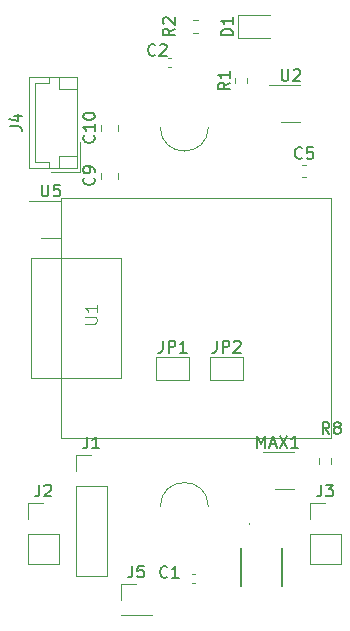
<source format=gbr>
%TF.GenerationSoftware,KiCad,Pcbnew,7.0.7*%
%TF.CreationDate,2024-09-13T10:44:57-05:00*%
%TF.ProjectId,OM-EPSC3-Micro,4f4d2d45-5053-4433-932d-4d6963726f2e,rev?*%
%TF.SameCoordinates,Original*%
%TF.FileFunction,Legend,Top*%
%TF.FilePolarity,Positive*%
%FSLAX46Y46*%
G04 Gerber Fmt 4.6, Leading zero omitted, Abs format (unit mm)*
G04 Created by KiCad (PCBNEW 7.0.7) date 2024-09-13 10:44:57*
%MOMM*%
%LPD*%
G01*
G04 APERTURE LIST*
%ADD10C,0.150000*%
%ADD11C,0.100000*%
%ADD12C,0.120000*%
%ADD13C,0.200000*%
G04 APERTURE END LIST*
D10*
X218360666Y-138602819D02*
X218360666Y-139317104D01*
X218360666Y-139317104D02*
X218313047Y-139459961D01*
X218313047Y-139459961D02*
X218217809Y-139555200D01*
X218217809Y-139555200D02*
X218074952Y-139602819D01*
X218074952Y-139602819D02*
X217979714Y-139602819D01*
X219313047Y-138602819D02*
X218836857Y-138602819D01*
X218836857Y-138602819D02*
X218789238Y-139079009D01*
X218789238Y-139079009D02*
X218836857Y-139031390D01*
X218836857Y-139031390D02*
X218932095Y-138983771D01*
X218932095Y-138983771D02*
X219170190Y-138983771D01*
X219170190Y-138983771D02*
X219265428Y-139031390D01*
X219265428Y-139031390D02*
X219313047Y-139079009D01*
X219313047Y-139079009D02*
X219360666Y-139174247D01*
X219360666Y-139174247D02*
X219360666Y-139412342D01*
X219360666Y-139412342D02*
X219313047Y-139507580D01*
X219313047Y-139507580D02*
X219265428Y-139555200D01*
X219265428Y-139555200D02*
X219170190Y-139602819D01*
X219170190Y-139602819D02*
X218932095Y-139602819D01*
X218932095Y-139602819D02*
X218836857Y-139555200D01*
X218836857Y-139555200D02*
X218789238Y-139507580D01*
X221942819Y-93130666D02*
X221466628Y-93463999D01*
X221942819Y-93702094D02*
X220942819Y-93702094D01*
X220942819Y-93702094D02*
X220942819Y-93321142D01*
X220942819Y-93321142D02*
X220990438Y-93225904D01*
X220990438Y-93225904D02*
X221038057Y-93178285D01*
X221038057Y-93178285D02*
X221133295Y-93130666D01*
X221133295Y-93130666D02*
X221276152Y-93130666D01*
X221276152Y-93130666D02*
X221371390Y-93178285D01*
X221371390Y-93178285D02*
X221419009Y-93225904D01*
X221419009Y-93225904D02*
X221466628Y-93321142D01*
X221466628Y-93321142D02*
X221466628Y-93702094D01*
X221038057Y-92749713D02*
X220990438Y-92702094D01*
X220990438Y-92702094D02*
X220942819Y-92606856D01*
X220942819Y-92606856D02*
X220942819Y-92368761D01*
X220942819Y-92368761D02*
X220990438Y-92273523D01*
X220990438Y-92273523D02*
X221038057Y-92225904D01*
X221038057Y-92225904D02*
X221133295Y-92178285D01*
X221133295Y-92178285D02*
X221228533Y-92178285D01*
X221228533Y-92178285D02*
X221371390Y-92225904D01*
X221371390Y-92225904D02*
X221942819Y-92797332D01*
X221942819Y-92797332D02*
X221942819Y-92178285D01*
X210687595Y-106340819D02*
X210687595Y-107150342D01*
X210687595Y-107150342D02*
X210735214Y-107245580D01*
X210735214Y-107245580D02*
X210782833Y-107293200D01*
X210782833Y-107293200D02*
X210878071Y-107340819D01*
X210878071Y-107340819D02*
X211068547Y-107340819D01*
X211068547Y-107340819D02*
X211163785Y-107293200D01*
X211163785Y-107293200D02*
X211211404Y-107245580D01*
X211211404Y-107245580D02*
X211259023Y-107150342D01*
X211259023Y-107150342D02*
X211259023Y-106340819D01*
X212211404Y-106340819D02*
X211735214Y-106340819D01*
X211735214Y-106340819D02*
X211687595Y-106817009D01*
X211687595Y-106817009D02*
X211735214Y-106769390D01*
X211735214Y-106769390D02*
X211830452Y-106721771D01*
X211830452Y-106721771D02*
X212068547Y-106721771D01*
X212068547Y-106721771D02*
X212163785Y-106769390D01*
X212163785Y-106769390D02*
X212211404Y-106817009D01*
X212211404Y-106817009D02*
X212259023Y-106912247D01*
X212259023Y-106912247D02*
X212259023Y-107150342D01*
X212259023Y-107150342D02*
X212211404Y-107245580D01*
X212211404Y-107245580D02*
X212163785Y-107293200D01*
X212163785Y-107293200D02*
X212068547Y-107340819D01*
X212068547Y-107340819D02*
X211830452Y-107340819D01*
X211830452Y-107340819D02*
X211735214Y-107293200D01*
X211735214Y-107293200D02*
X211687595Y-107245580D01*
X220945666Y-119574819D02*
X220945666Y-120289104D01*
X220945666Y-120289104D02*
X220898047Y-120431961D01*
X220898047Y-120431961D02*
X220802809Y-120527200D01*
X220802809Y-120527200D02*
X220659952Y-120574819D01*
X220659952Y-120574819D02*
X220564714Y-120574819D01*
X221421857Y-120574819D02*
X221421857Y-119574819D01*
X221421857Y-119574819D02*
X221802809Y-119574819D01*
X221802809Y-119574819D02*
X221898047Y-119622438D01*
X221898047Y-119622438D02*
X221945666Y-119670057D01*
X221945666Y-119670057D02*
X221993285Y-119765295D01*
X221993285Y-119765295D02*
X221993285Y-119908152D01*
X221993285Y-119908152D02*
X221945666Y-120003390D01*
X221945666Y-120003390D02*
X221898047Y-120051009D01*
X221898047Y-120051009D02*
X221802809Y-120098628D01*
X221802809Y-120098628D02*
X221421857Y-120098628D01*
X222945666Y-120574819D02*
X222374238Y-120574819D01*
X222659952Y-120574819D02*
X222659952Y-119574819D01*
X222659952Y-119574819D02*
X222564714Y-119717676D01*
X222564714Y-119717676D02*
X222469476Y-119812914D01*
X222469476Y-119812914D02*
X222374238Y-119860533D01*
X231007595Y-96556819D02*
X231007595Y-97366342D01*
X231007595Y-97366342D02*
X231055214Y-97461580D01*
X231055214Y-97461580D02*
X231102833Y-97509200D01*
X231102833Y-97509200D02*
X231198071Y-97556819D01*
X231198071Y-97556819D02*
X231388547Y-97556819D01*
X231388547Y-97556819D02*
X231483785Y-97509200D01*
X231483785Y-97509200D02*
X231531404Y-97461580D01*
X231531404Y-97461580D02*
X231579023Y-97366342D01*
X231579023Y-97366342D02*
X231579023Y-96556819D01*
X232007595Y-96652057D02*
X232055214Y-96604438D01*
X232055214Y-96604438D02*
X232150452Y-96556819D01*
X232150452Y-96556819D02*
X232388547Y-96556819D01*
X232388547Y-96556819D02*
X232483785Y-96604438D01*
X232483785Y-96604438D02*
X232531404Y-96652057D01*
X232531404Y-96652057D02*
X232579023Y-96747295D01*
X232579023Y-96747295D02*
X232579023Y-96842533D01*
X232579023Y-96842533D02*
X232531404Y-96985390D01*
X232531404Y-96985390D02*
X231959976Y-97556819D01*
X231959976Y-97556819D02*
X232579023Y-97556819D01*
X234362666Y-131744819D02*
X234362666Y-132459104D01*
X234362666Y-132459104D02*
X234315047Y-132601961D01*
X234315047Y-132601961D02*
X234219809Y-132697200D01*
X234219809Y-132697200D02*
X234076952Y-132744819D01*
X234076952Y-132744819D02*
X233981714Y-132744819D01*
X234743619Y-131744819D02*
X235362666Y-131744819D01*
X235362666Y-131744819D02*
X235029333Y-132125771D01*
X235029333Y-132125771D02*
X235172190Y-132125771D01*
X235172190Y-132125771D02*
X235267428Y-132173390D01*
X235267428Y-132173390D02*
X235315047Y-132221009D01*
X235315047Y-132221009D02*
X235362666Y-132316247D01*
X235362666Y-132316247D02*
X235362666Y-132554342D01*
X235362666Y-132554342D02*
X235315047Y-132649580D01*
X235315047Y-132649580D02*
X235267428Y-132697200D01*
X235267428Y-132697200D02*
X235172190Y-132744819D01*
X235172190Y-132744819D02*
X234886476Y-132744819D01*
X234886476Y-132744819D02*
X234791238Y-132697200D01*
X234791238Y-132697200D02*
X234743619Y-132649580D01*
X221321333Y-139551580D02*
X221273714Y-139599200D01*
X221273714Y-139599200D02*
X221130857Y-139646819D01*
X221130857Y-139646819D02*
X221035619Y-139646819D01*
X221035619Y-139646819D02*
X220892762Y-139599200D01*
X220892762Y-139599200D02*
X220797524Y-139503961D01*
X220797524Y-139503961D02*
X220749905Y-139408723D01*
X220749905Y-139408723D02*
X220702286Y-139218247D01*
X220702286Y-139218247D02*
X220702286Y-139075390D01*
X220702286Y-139075390D02*
X220749905Y-138884914D01*
X220749905Y-138884914D02*
X220797524Y-138789676D01*
X220797524Y-138789676D02*
X220892762Y-138694438D01*
X220892762Y-138694438D02*
X221035619Y-138646819D01*
X221035619Y-138646819D02*
X221130857Y-138646819D01*
X221130857Y-138646819D02*
X221273714Y-138694438D01*
X221273714Y-138694438D02*
X221321333Y-138742057D01*
X222273714Y-139646819D02*
X221702286Y-139646819D01*
X221988000Y-139646819D02*
X221988000Y-138646819D01*
X221988000Y-138646819D02*
X221892762Y-138789676D01*
X221892762Y-138789676D02*
X221797524Y-138884914D01*
X221797524Y-138884914D02*
X221702286Y-138932533D01*
X220305333Y-95355580D02*
X220257714Y-95403200D01*
X220257714Y-95403200D02*
X220114857Y-95450819D01*
X220114857Y-95450819D02*
X220019619Y-95450819D01*
X220019619Y-95450819D02*
X219876762Y-95403200D01*
X219876762Y-95403200D02*
X219781524Y-95307961D01*
X219781524Y-95307961D02*
X219733905Y-95212723D01*
X219733905Y-95212723D02*
X219686286Y-95022247D01*
X219686286Y-95022247D02*
X219686286Y-94879390D01*
X219686286Y-94879390D02*
X219733905Y-94688914D01*
X219733905Y-94688914D02*
X219781524Y-94593676D01*
X219781524Y-94593676D02*
X219876762Y-94498438D01*
X219876762Y-94498438D02*
X220019619Y-94450819D01*
X220019619Y-94450819D02*
X220114857Y-94450819D01*
X220114857Y-94450819D02*
X220257714Y-94498438D01*
X220257714Y-94498438D02*
X220305333Y-94546057D01*
X220686286Y-94546057D02*
X220733905Y-94498438D01*
X220733905Y-94498438D02*
X220829143Y-94450819D01*
X220829143Y-94450819D02*
X221067238Y-94450819D01*
X221067238Y-94450819D02*
X221162476Y-94498438D01*
X221162476Y-94498438D02*
X221210095Y-94546057D01*
X221210095Y-94546057D02*
X221257714Y-94641295D01*
X221257714Y-94641295D02*
X221257714Y-94736533D01*
X221257714Y-94736533D02*
X221210095Y-94879390D01*
X221210095Y-94879390D02*
X220638667Y-95450819D01*
X220638667Y-95450819D02*
X221257714Y-95450819D01*
X225517666Y-119574819D02*
X225517666Y-120289104D01*
X225517666Y-120289104D02*
X225470047Y-120431961D01*
X225470047Y-120431961D02*
X225374809Y-120527200D01*
X225374809Y-120527200D02*
X225231952Y-120574819D01*
X225231952Y-120574819D02*
X225136714Y-120574819D01*
X225993857Y-120574819D02*
X225993857Y-119574819D01*
X225993857Y-119574819D02*
X226374809Y-119574819D01*
X226374809Y-119574819D02*
X226470047Y-119622438D01*
X226470047Y-119622438D02*
X226517666Y-119670057D01*
X226517666Y-119670057D02*
X226565285Y-119765295D01*
X226565285Y-119765295D02*
X226565285Y-119908152D01*
X226565285Y-119908152D02*
X226517666Y-120003390D01*
X226517666Y-120003390D02*
X226470047Y-120051009D01*
X226470047Y-120051009D02*
X226374809Y-120098628D01*
X226374809Y-120098628D02*
X225993857Y-120098628D01*
X226946238Y-119670057D02*
X226993857Y-119622438D01*
X226993857Y-119622438D02*
X227089095Y-119574819D01*
X227089095Y-119574819D02*
X227327190Y-119574819D01*
X227327190Y-119574819D02*
X227422428Y-119622438D01*
X227422428Y-119622438D02*
X227470047Y-119670057D01*
X227470047Y-119670057D02*
X227517666Y-119765295D01*
X227517666Y-119765295D02*
X227517666Y-119860533D01*
X227517666Y-119860533D02*
X227470047Y-120003390D01*
X227470047Y-120003390D02*
X226898619Y-120574819D01*
X226898619Y-120574819D02*
X227517666Y-120574819D01*
X215087580Y-105764666D02*
X215135200Y-105812285D01*
X215135200Y-105812285D02*
X215182819Y-105955142D01*
X215182819Y-105955142D02*
X215182819Y-106050380D01*
X215182819Y-106050380D02*
X215135200Y-106193237D01*
X215135200Y-106193237D02*
X215039961Y-106288475D01*
X215039961Y-106288475D02*
X214944723Y-106336094D01*
X214944723Y-106336094D02*
X214754247Y-106383713D01*
X214754247Y-106383713D02*
X214611390Y-106383713D01*
X214611390Y-106383713D02*
X214420914Y-106336094D01*
X214420914Y-106336094D02*
X214325676Y-106288475D01*
X214325676Y-106288475D02*
X214230438Y-106193237D01*
X214230438Y-106193237D02*
X214182819Y-106050380D01*
X214182819Y-106050380D02*
X214182819Y-105955142D01*
X214182819Y-105955142D02*
X214230438Y-105812285D01*
X214230438Y-105812285D02*
X214278057Y-105764666D01*
X215182819Y-105288475D02*
X215182819Y-105097999D01*
X215182819Y-105097999D02*
X215135200Y-105002761D01*
X215135200Y-105002761D02*
X215087580Y-104955142D01*
X215087580Y-104955142D02*
X214944723Y-104859904D01*
X214944723Y-104859904D02*
X214754247Y-104812285D01*
X214754247Y-104812285D02*
X214373295Y-104812285D01*
X214373295Y-104812285D02*
X214278057Y-104859904D01*
X214278057Y-104859904D02*
X214230438Y-104907523D01*
X214230438Y-104907523D02*
X214182819Y-105002761D01*
X214182819Y-105002761D02*
X214182819Y-105193237D01*
X214182819Y-105193237D02*
X214230438Y-105288475D01*
X214230438Y-105288475D02*
X214278057Y-105336094D01*
X214278057Y-105336094D02*
X214373295Y-105383713D01*
X214373295Y-105383713D02*
X214611390Y-105383713D01*
X214611390Y-105383713D02*
X214706628Y-105336094D01*
X214706628Y-105336094D02*
X214754247Y-105288475D01*
X214754247Y-105288475D02*
X214801866Y-105193237D01*
X214801866Y-105193237D02*
X214801866Y-105002761D01*
X214801866Y-105002761D02*
X214754247Y-104907523D01*
X214754247Y-104907523D02*
X214706628Y-104859904D01*
X214706628Y-104859904D02*
X214611390Y-104812285D01*
X214550666Y-127680819D02*
X214550666Y-128395104D01*
X214550666Y-128395104D02*
X214503047Y-128537961D01*
X214503047Y-128537961D02*
X214407809Y-128633200D01*
X214407809Y-128633200D02*
X214264952Y-128680819D01*
X214264952Y-128680819D02*
X214169714Y-128680819D01*
X215550666Y-128680819D02*
X214979238Y-128680819D01*
X215264952Y-128680819D02*
X215264952Y-127680819D01*
X215264952Y-127680819D02*
X215169714Y-127823676D01*
X215169714Y-127823676D02*
X215074476Y-127918914D01*
X215074476Y-127918914D02*
X214979238Y-127966533D01*
X226865819Y-93702094D02*
X225865819Y-93702094D01*
X225865819Y-93702094D02*
X225865819Y-93463999D01*
X225865819Y-93463999D02*
X225913438Y-93321142D01*
X225913438Y-93321142D02*
X226008676Y-93225904D01*
X226008676Y-93225904D02*
X226103914Y-93178285D01*
X226103914Y-93178285D02*
X226294390Y-93130666D01*
X226294390Y-93130666D02*
X226437247Y-93130666D01*
X226437247Y-93130666D02*
X226627723Y-93178285D01*
X226627723Y-93178285D02*
X226722961Y-93225904D01*
X226722961Y-93225904D02*
X226818200Y-93321142D01*
X226818200Y-93321142D02*
X226865819Y-93463999D01*
X226865819Y-93463999D02*
X226865819Y-93702094D01*
X226865819Y-92178285D02*
X226865819Y-92749713D01*
X226865819Y-92463999D02*
X225865819Y-92463999D01*
X225865819Y-92463999D02*
X226008676Y-92559237D01*
X226008676Y-92559237D02*
X226103914Y-92654475D01*
X226103914Y-92654475D02*
X226151533Y-92749713D01*
X226608819Y-97702666D02*
X226132628Y-98035999D01*
X226608819Y-98274094D02*
X225608819Y-98274094D01*
X225608819Y-98274094D02*
X225608819Y-97893142D01*
X225608819Y-97893142D02*
X225656438Y-97797904D01*
X225656438Y-97797904D02*
X225704057Y-97750285D01*
X225704057Y-97750285D02*
X225799295Y-97702666D01*
X225799295Y-97702666D02*
X225942152Y-97702666D01*
X225942152Y-97702666D02*
X226037390Y-97750285D01*
X226037390Y-97750285D02*
X226085009Y-97797904D01*
X226085009Y-97797904D02*
X226132628Y-97893142D01*
X226132628Y-97893142D02*
X226132628Y-98274094D01*
X226608819Y-96750285D02*
X226608819Y-97321713D01*
X226608819Y-97035999D02*
X225608819Y-97035999D01*
X225608819Y-97035999D02*
X225751676Y-97131237D01*
X225751676Y-97131237D02*
X225846914Y-97226475D01*
X225846914Y-97226475D02*
X225894533Y-97321713D01*
D11*
X214341419Y-118109904D02*
X215150942Y-118109904D01*
X215150942Y-118109904D02*
X215246180Y-118062285D01*
X215246180Y-118062285D02*
X215293800Y-118014666D01*
X215293800Y-118014666D02*
X215341419Y-117919428D01*
X215341419Y-117919428D02*
X215341419Y-117728952D01*
X215341419Y-117728952D02*
X215293800Y-117633714D01*
X215293800Y-117633714D02*
X215246180Y-117586095D01*
X215246180Y-117586095D02*
X215150942Y-117538476D01*
X215150942Y-117538476D02*
X214341419Y-117538476D01*
X215341419Y-116538476D02*
X215341419Y-117109904D01*
X215341419Y-116824190D02*
X214341419Y-116824190D01*
X214341419Y-116824190D02*
X214484276Y-116919428D01*
X214484276Y-116919428D02*
X214579514Y-117014666D01*
X214579514Y-117014666D02*
X214627133Y-117109904D01*
D10*
X235037333Y-127454819D02*
X234704000Y-126978628D01*
X234465905Y-127454819D02*
X234465905Y-126454819D01*
X234465905Y-126454819D02*
X234846857Y-126454819D01*
X234846857Y-126454819D02*
X234942095Y-126502438D01*
X234942095Y-126502438D02*
X234989714Y-126550057D01*
X234989714Y-126550057D02*
X235037333Y-126645295D01*
X235037333Y-126645295D02*
X235037333Y-126788152D01*
X235037333Y-126788152D02*
X234989714Y-126883390D01*
X234989714Y-126883390D02*
X234942095Y-126931009D01*
X234942095Y-126931009D02*
X234846857Y-126978628D01*
X234846857Y-126978628D02*
X234465905Y-126978628D01*
X235608762Y-126883390D02*
X235513524Y-126835771D01*
X235513524Y-126835771D02*
X235465905Y-126788152D01*
X235465905Y-126788152D02*
X235418286Y-126692914D01*
X235418286Y-126692914D02*
X235418286Y-126645295D01*
X235418286Y-126645295D02*
X235465905Y-126550057D01*
X235465905Y-126550057D02*
X235513524Y-126502438D01*
X235513524Y-126502438D02*
X235608762Y-126454819D01*
X235608762Y-126454819D02*
X235799238Y-126454819D01*
X235799238Y-126454819D02*
X235894476Y-126502438D01*
X235894476Y-126502438D02*
X235942095Y-126550057D01*
X235942095Y-126550057D02*
X235989714Y-126645295D01*
X235989714Y-126645295D02*
X235989714Y-126692914D01*
X235989714Y-126692914D02*
X235942095Y-126788152D01*
X235942095Y-126788152D02*
X235894476Y-126835771D01*
X235894476Y-126835771D02*
X235799238Y-126883390D01*
X235799238Y-126883390D02*
X235608762Y-126883390D01*
X235608762Y-126883390D02*
X235513524Y-126931009D01*
X235513524Y-126931009D02*
X235465905Y-126978628D01*
X235465905Y-126978628D02*
X235418286Y-127073866D01*
X235418286Y-127073866D02*
X235418286Y-127264342D01*
X235418286Y-127264342D02*
X235465905Y-127359580D01*
X235465905Y-127359580D02*
X235513524Y-127407200D01*
X235513524Y-127407200D02*
X235608762Y-127454819D01*
X235608762Y-127454819D02*
X235799238Y-127454819D01*
X235799238Y-127454819D02*
X235894476Y-127407200D01*
X235894476Y-127407200D02*
X235942095Y-127359580D01*
X235942095Y-127359580D02*
X235989714Y-127264342D01*
X235989714Y-127264342D02*
X235989714Y-127073866D01*
X235989714Y-127073866D02*
X235942095Y-126978628D01*
X235942095Y-126978628D02*
X235894476Y-126931009D01*
X235894476Y-126931009D02*
X235799238Y-126883390D01*
X207982819Y-101425333D02*
X208697104Y-101425333D01*
X208697104Y-101425333D02*
X208839961Y-101472952D01*
X208839961Y-101472952D02*
X208935200Y-101568190D01*
X208935200Y-101568190D02*
X208982819Y-101711047D01*
X208982819Y-101711047D02*
X208982819Y-101806285D01*
X208316152Y-100520571D02*
X208982819Y-100520571D01*
X207935200Y-100758666D02*
X208649485Y-100996761D01*
X208649485Y-100996761D02*
X208649485Y-100377714D01*
X210486666Y-131744819D02*
X210486666Y-132459104D01*
X210486666Y-132459104D02*
X210439047Y-132601961D01*
X210439047Y-132601961D02*
X210343809Y-132697200D01*
X210343809Y-132697200D02*
X210200952Y-132744819D01*
X210200952Y-132744819D02*
X210105714Y-132744819D01*
X210915238Y-131840057D02*
X210962857Y-131792438D01*
X210962857Y-131792438D02*
X211058095Y-131744819D01*
X211058095Y-131744819D02*
X211296190Y-131744819D01*
X211296190Y-131744819D02*
X211391428Y-131792438D01*
X211391428Y-131792438D02*
X211439047Y-131840057D01*
X211439047Y-131840057D02*
X211486666Y-131935295D01*
X211486666Y-131935295D02*
X211486666Y-132030533D01*
X211486666Y-132030533D02*
X211439047Y-132173390D01*
X211439047Y-132173390D02*
X210867619Y-132744819D01*
X210867619Y-132744819D02*
X211486666Y-132744819D01*
X232738333Y-104085580D02*
X232690714Y-104133200D01*
X232690714Y-104133200D02*
X232547857Y-104180819D01*
X232547857Y-104180819D02*
X232452619Y-104180819D01*
X232452619Y-104180819D02*
X232309762Y-104133200D01*
X232309762Y-104133200D02*
X232214524Y-104037961D01*
X232214524Y-104037961D02*
X232166905Y-103942723D01*
X232166905Y-103942723D02*
X232119286Y-103752247D01*
X232119286Y-103752247D02*
X232119286Y-103609390D01*
X232119286Y-103609390D02*
X232166905Y-103418914D01*
X232166905Y-103418914D02*
X232214524Y-103323676D01*
X232214524Y-103323676D02*
X232309762Y-103228438D01*
X232309762Y-103228438D02*
X232452619Y-103180819D01*
X232452619Y-103180819D02*
X232547857Y-103180819D01*
X232547857Y-103180819D02*
X232690714Y-103228438D01*
X232690714Y-103228438D02*
X232738333Y-103276057D01*
X233643095Y-103180819D02*
X233166905Y-103180819D01*
X233166905Y-103180819D02*
X233119286Y-103657009D01*
X233119286Y-103657009D02*
X233166905Y-103609390D01*
X233166905Y-103609390D02*
X233262143Y-103561771D01*
X233262143Y-103561771D02*
X233500238Y-103561771D01*
X233500238Y-103561771D02*
X233595476Y-103609390D01*
X233595476Y-103609390D02*
X233643095Y-103657009D01*
X233643095Y-103657009D02*
X233690714Y-103752247D01*
X233690714Y-103752247D02*
X233690714Y-103990342D01*
X233690714Y-103990342D02*
X233643095Y-104085580D01*
X233643095Y-104085580D02*
X233595476Y-104133200D01*
X233595476Y-104133200D02*
X233500238Y-104180819D01*
X233500238Y-104180819D02*
X233262143Y-104180819D01*
X233262143Y-104180819D02*
X233166905Y-104133200D01*
X233166905Y-104133200D02*
X233119286Y-104085580D01*
X228917714Y-128610819D02*
X228917714Y-127610819D01*
X228917714Y-127610819D02*
X229251047Y-128325104D01*
X229251047Y-128325104D02*
X229584380Y-127610819D01*
X229584380Y-127610819D02*
X229584380Y-128610819D01*
X230012952Y-128325104D02*
X230489142Y-128325104D01*
X229917714Y-128610819D02*
X230251047Y-127610819D01*
X230251047Y-127610819D02*
X230584380Y-128610819D01*
X230822476Y-127610819D02*
X231489142Y-128610819D01*
X231489142Y-127610819D02*
X230822476Y-128610819D01*
X232393904Y-128610819D02*
X231822476Y-128610819D01*
X232108190Y-128610819D02*
X232108190Y-127610819D01*
X232108190Y-127610819D02*
X232012952Y-127753676D01*
X232012952Y-127753676D02*
X231917714Y-127848914D01*
X231917714Y-127848914D02*
X231822476Y-127896533D01*
X215087580Y-102176857D02*
X215135200Y-102224476D01*
X215135200Y-102224476D02*
X215182819Y-102367333D01*
X215182819Y-102367333D02*
X215182819Y-102462571D01*
X215182819Y-102462571D02*
X215135200Y-102605428D01*
X215135200Y-102605428D02*
X215039961Y-102700666D01*
X215039961Y-102700666D02*
X214944723Y-102748285D01*
X214944723Y-102748285D02*
X214754247Y-102795904D01*
X214754247Y-102795904D02*
X214611390Y-102795904D01*
X214611390Y-102795904D02*
X214420914Y-102748285D01*
X214420914Y-102748285D02*
X214325676Y-102700666D01*
X214325676Y-102700666D02*
X214230438Y-102605428D01*
X214230438Y-102605428D02*
X214182819Y-102462571D01*
X214182819Y-102462571D02*
X214182819Y-102367333D01*
X214182819Y-102367333D02*
X214230438Y-102224476D01*
X214230438Y-102224476D02*
X214278057Y-102176857D01*
X215182819Y-101224476D02*
X215182819Y-101795904D01*
X215182819Y-101510190D02*
X214182819Y-101510190D01*
X214182819Y-101510190D02*
X214325676Y-101605428D01*
X214325676Y-101605428D02*
X214420914Y-101700666D01*
X214420914Y-101700666D02*
X214468533Y-101795904D01*
X214182819Y-100605428D02*
X214182819Y-100510190D01*
X214182819Y-100510190D02*
X214230438Y-100414952D01*
X214230438Y-100414952D02*
X214278057Y-100367333D01*
X214278057Y-100367333D02*
X214373295Y-100319714D01*
X214373295Y-100319714D02*
X214563771Y-100272095D01*
X214563771Y-100272095D02*
X214801866Y-100272095D01*
X214801866Y-100272095D02*
X214992342Y-100319714D01*
X214992342Y-100319714D02*
X215087580Y-100367333D01*
X215087580Y-100367333D02*
X215135200Y-100414952D01*
X215135200Y-100414952D02*
X215182819Y-100510190D01*
X215182819Y-100510190D02*
X215182819Y-100605428D01*
X215182819Y-100605428D02*
X215135200Y-100700666D01*
X215135200Y-100700666D02*
X215087580Y-100748285D01*
X215087580Y-100748285D02*
X214992342Y-100795904D01*
X214992342Y-100795904D02*
X214801866Y-100843523D01*
X214801866Y-100843523D02*
X214563771Y-100843523D01*
X214563771Y-100843523D02*
X214373295Y-100795904D01*
X214373295Y-100795904D02*
X214278057Y-100748285D01*
X214278057Y-100748285D02*
X214230438Y-100700666D01*
X214230438Y-100700666D02*
X214182819Y-100605428D01*
D12*
%TO.C,J5*%
X217364000Y-141478000D02*
X217364000Y-140148000D01*
X217364000Y-142748000D02*
X217364000Y-142808000D01*
X220024000Y-142748000D02*
X220024000Y-142808000D01*
X217364000Y-142808000D02*
X220024000Y-142808000D01*
X217364000Y-142748000D02*
X220024000Y-142748000D01*
X217364000Y-140148000D02*
X218694000Y-140148000D01*
%TO.C,R2*%
X223473742Y-92441500D02*
X223948258Y-92441500D01*
X223473742Y-93486500D02*
X223948258Y-93486500D01*
D11*
%TO.C,H1*%
X220726000Y-101473000D02*
G75*
G03*
X224790000Y-101473000I2032000J0D01*
G01*
D12*
%TO.C,U5*%
X211449500Y-107726000D02*
X209649500Y-107726000D01*
X211449500Y-107726000D02*
X212249500Y-107726000D01*
X211449500Y-110846000D02*
X210649500Y-110846000D01*
X211449500Y-110846000D02*
X212249500Y-110846000D01*
%TO.C,JP1*%
X220379000Y-120920000D02*
X223179000Y-120920000D01*
X220379000Y-122920000D02*
X220379000Y-120920000D01*
X223179000Y-120920000D02*
X223179000Y-122920000D01*
X223179000Y-122920000D02*
X220379000Y-122920000D01*
%TO.C,U2*%
X231769500Y-97942000D02*
X229969500Y-97942000D01*
X231769500Y-97942000D02*
X232569500Y-97942000D01*
X231769500Y-101062000D02*
X230969500Y-101062000D01*
X231769500Y-101062000D02*
X232569500Y-101062000D01*
%TO.C,J3*%
X233366000Y-133290000D02*
X234696000Y-133290000D01*
X233366000Y-134620000D02*
X233366000Y-133290000D01*
X233366000Y-135890000D02*
X233366000Y-138490000D01*
X233366000Y-135890000D02*
X236026000Y-135890000D01*
X233366000Y-138490000D02*
X236026000Y-138490000D01*
X236026000Y-135890000D02*
X236026000Y-138490000D01*
%TO.C,C1*%
X223440164Y-139340000D02*
X223655836Y-139340000D01*
X223440164Y-140060000D02*
X223655836Y-140060000D01*
D11*
%TO.C,H0*%
X224790000Y-133604000D02*
G75*
G03*
X220726000Y-133604000I-2032000J0D01*
G01*
D12*
%TO.C,C2*%
X221623836Y-96372000D02*
X221408164Y-96372000D01*
X221623836Y-95652000D02*
X221408164Y-95652000D01*
%TO.C,JP2*%
X224951000Y-120920000D02*
X227751000Y-120920000D01*
X224951000Y-122920000D02*
X224951000Y-120920000D01*
X227751000Y-120920000D02*
X227751000Y-122920000D01*
X227751000Y-122920000D02*
X224951000Y-122920000D01*
%TO.C,C9*%
X215673000Y-105859252D02*
X215673000Y-105336748D01*
X217143000Y-105859252D02*
X217143000Y-105336748D01*
%TO.C,J1*%
X213554000Y-129226000D02*
X214884000Y-129226000D01*
X213554000Y-130556000D02*
X213554000Y-129226000D01*
X213554000Y-131826000D02*
X213554000Y-139506000D01*
X213554000Y-131826000D02*
X216214000Y-131826000D01*
X213554000Y-139506000D02*
X216214000Y-139506000D01*
X216214000Y-131826000D02*
X216214000Y-139506000D01*
%TO.C,D1*%
X227344500Y-92004000D02*
X227344500Y-93924000D01*
X227344500Y-93924000D02*
X230029500Y-93924000D01*
X230029500Y-92004000D02*
X227344500Y-92004000D01*
%TO.C,R1*%
X227061500Y-97773258D02*
X227061500Y-97298742D01*
X228106500Y-97773258D02*
X228106500Y-97298742D01*
D11*
%TO.C,U1*%
X212344000Y-127762000D02*
X235204000Y-127762000D01*
X235204000Y-127762000D02*
X235204000Y-107442000D01*
X235204000Y-107442000D02*
X212344000Y-107442000D01*
X212344000Y-107442000D02*
X212344000Y-127762000D01*
X209804000Y-122682000D02*
X217424000Y-122682000D01*
X217424000Y-122682000D02*
X217424000Y-112522000D01*
X217424000Y-112522000D02*
X209804000Y-112522000D01*
X209804000Y-112522000D02*
X209804000Y-122682000D01*
D12*
%TO.C,R8*%
X234173500Y-129968258D02*
X234173500Y-129493742D01*
X235218500Y-129968258D02*
X235218500Y-129493742D01*
%TO.C,J4*%
X211438000Y-105252000D02*
X213938000Y-105252000D01*
X213938000Y-105252000D02*
X213938000Y-102752000D01*
X209618000Y-104952000D02*
X213638000Y-104952000D01*
X211328000Y-104952000D02*
X211328000Y-104452000D01*
X212138000Y-104952000D02*
X212138000Y-103952000D01*
X213638000Y-104952000D02*
X213638000Y-97232000D01*
X210118000Y-104452000D02*
X210118000Y-97732000D01*
X211328000Y-104452000D02*
X210118000Y-104452000D01*
X212138000Y-103952000D02*
X213638000Y-103952000D01*
X212138000Y-98232000D02*
X213638000Y-98232000D01*
X210118000Y-97732000D02*
X211328000Y-97732000D01*
X211328000Y-97732000D02*
X211328000Y-97232000D01*
X209618000Y-97232000D02*
X209618000Y-104952000D01*
X212138000Y-97232000D02*
X212138000Y-98232000D01*
X213638000Y-97232000D02*
X209618000Y-97232000D01*
D13*
%TO.C,SW2*%
X227524000Y-140319000D02*
X227524000Y-137119000D01*
D11*
X228274000Y-135019000D02*
X228274000Y-135019000D01*
X228274000Y-135119000D02*
X228274000Y-135119000D01*
X228274000Y-135119000D02*
X228274000Y-135119000D01*
D13*
X231024000Y-140319000D02*
X231024000Y-137119000D01*
D11*
X228274000Y-135119000D02*
G75*
G03*
X228274000Y-135019000I0J50000D01*
G01*
X228274000Y-135119000D02*
G75*
G03*
X228274000Y-135019000I0J50000D01*
G01*
X228274000Y-135019000D02*
G75*
G03*
X228274000Y-135119000I0J-50000D01*
G01*
D12*
%TO.C,J2*%
X209490000Y-133290000D02*
X210820000Y-133290000D01*
X209490000Y-134620000D02*
X209490000Y-133290000D01*
X209490000Y-135890000D02*
X209490000Y-138490000D01*
X209490000Y-135890000D02*
X212150000Y-135890000D01*
X209490000Y-138490000D02*
X212150000Y-138490000D01*
X212150000Y-135890000D02*
X212150000Y-138490000D01*
%TO.C,C5*%
X232764420Y-104646000D02*
X233045580Y-104646000D01*
X232764420Y-105666000D02*
X233045580Y-105666000D01*
%TO.C,MAX1*%
X231261500Y-128996000D02*
X229461500Y-128996000D01*
X231261500Y-128996000D02*
X232061500Y-128996000D01*
X231261500Y-132116000D02*
X230461500Y-132116000D01*
X231261500Y-132116000D02*
X232061500Y-132116000D01*
%TO.C,C10*%
X215673000Y-101795252D02*
X215673000Y-101272748D01*
X217143000Y-101795252D02*
X217143000Y-101272748D01*
%TD*%
M02*

</source>
